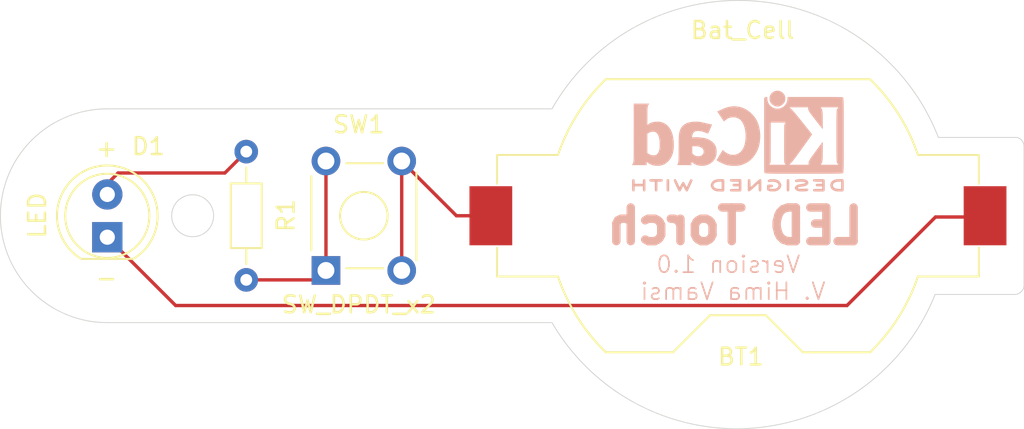
<source format=kicad_pcb>
(kicad_pcb (version 20240108) (generator "pcbnew") (generator_version "8.0")
  (title_block (title "LED Torch") (date "2024-07-14") (rev "1") (company "V Hima Vamsi"))
  (layers (0 "F.Cu" signal) (31 "B.Cu" signal) (34 "B.Paste" user) (35 "F.Paste" user) (36 "B.SilkS" user "B.Silkscreen") (37 "F.SilkS" user "F.Silkscreen") (38 "B.Mask" user) (39 "F.Mask" user) (44 "Edge.Cuts" user))
  (net 0 "")
  (net 1 "/LED_Cathode")
  (net 2 "/Battery_pos")
  (net 3 "/LED_Anode")
  (net 4 "Net-(SW1A-A)")
  (footprint "LED_THT:LED_D5.0mm" (layer "F.Cu") (at 99.06 135.895 90)
    (property "Reference" "D1" (at 5.395 2.44 180) (layer "F.SilkS"))
    (property "Value" "LED" (at 1.295 -4.16 -90) (layer "F.SilkS"))
    (pad "1" thru_hole rect (at 0 0 90) (size 1.8 1.8) (drill 0.9) (layers "*.Cu" "*.Mask") (net 1 "/LED_Cathode"))
    (pad "2" thru_hole circle (at 2.54 0 90) (size 1.8 1.8) (drill 0.9) (layers "*.Cu" "*.Mask") (net 3 "/LED_Anode"))
  )
  (footprint "Resistor_THT:R_Axial_DIN0204_L3.6mm_D1.6mm_P7.62mm_Horizontal" (layer "F.Cu") (at 107.315 130.81 -90)
    (property "Reference" "R1" (at 3.79 -2.355 90) (layer "F.SilkS"))
    (property "Value" "R")
    (pad "1" thru_hole circle (at 0 0 270) (size 1.4 1.4) (drill 0.7) (layers "*.Cu" "*.Mask") (net 3 "/LED_Anode"))
    (pad "2" thru_hole oval (at 7.62 0 270) (size 1.4 1.4) (drill 0.7) (layers "*.Cu" "*.Mask") (net 4 "Net-(SW1A-A)"))
  )
  (footprint "Button_Switch_THT:SW_TH_Tactile_Omron_B3F-10xx" (layer "F.Cu") (at 112.05 137.87 90)
    (property "Reference" "SW1" (at 8.67 1.95 180) (layer "F.SilkS"))
    (property "Value" "SW_DPDT_x2" (at -2.03 1.95 180) (layer "F.SilkS"))
    (pad "1" thru_hole rect (at 0 0 90) (size 1.7 1.7) (drill 1) (layers "*.Cu" "*.Mask") (net 4 "Net-(SW1A-A)"))
    (pad "1" thru_hole circle (at 6.5 0 90) (size 1.7 1.7) (drill 1) (layers "*.Cu" "*.Mask") (net 4 "Net-(SW1A-A)"))
    (pad "2" thru_hole circle (at 0 4.5 90) (size 1.7 1.7) (drill 1) (layers "*.Cu" "*.Mask") (net 2 "/Battery_pos"))
    (pad "2" thru_hole circle (at 6.5 4.5 90) (size 1.7 1.7) (drill 1) (layers "*.Cu" "*.Mask") (net 2 "/Battery_pos"))
  )
  (footprint "Battery:BatteryHolder_Keystone_1058_1x2032" (layer "F.Cu") (at 136.525 134.62)
    (property "Reference" "BT1" (at 0.175 8.38 0) (layer "F.SilkS"))
    (property "Value" "Bat_Cell" (at 0.275 -11.02 0) (layer "F.SilkS"))
    (pad "1" smd rect (at -14.68 0) (size 2.54 3.51) (layers "F.Cu" "F.Paste" "F.Mask") (net 2 "/Battery_pos"))
    (pad "2" smd rect (at 14.68 0) (size 2.54 3.51) (layers "F.Cu" "F.Paste" "F.Mask") (net 1 "/LED_Cathode"))
  )
  (footprint "Symbol:KiCad-Logo2_5mm_SilkScreen" (layer "B.Cu") (at 136.525 130.175 180)
    (property "Reference" "REF**" (hide yes))
    (property "Value" "KiCad-Logo2_5mm_SilkScreen" (hide yes))
  )
  (gr_arc (start 153.5176 138.7856) (mid 153.352161 139.134931) (end 153.000058 139.294385) (stroke (width 0.05)) (layer "Edge.Cuts"))
  (gr_circle (center 104.129095 134.62) (end 104.129095 133.373) (stroke (width 0.05)) (fill none) (layer "Edge.Cuts"))
  (gr_line (start 153.5176 130.5052) (end 153.5176 138.7856) (stroke (width 0.05)) (layer "Edge.Cuts"))
  (gr_line (start 99.06 128.27) (end 125.476 128.27) (stroke (width 0.05)) (layer "Edge.Cuts"))
  (gr_line (start 99.06 140.97) (end 125.476 140.97) (stroke (width 0.05)) (layer "Edge.Cuts"))
  (gr_arc (start 99.06 140.97) (mid 92.71 134.62) (end 99.06 128.27) (stroke (width 0.05)) (layer "Edge.Cuts"))
  (gr_arc (start 153.109571 129.967124) (mid 153.404058 130.167556) (end 153.5176 130.5052) (stroke (width 0.05)) (layer "Edge.Cuts"))
  (gr_line (start 153.000058 139.294385) (end 148.403117 139.294385) (stroke (width 0.05)) (layer "Edge.Cuts"))
  (gr_line (start 153.109571 129.967124) (end 148.428515 129.967124) (stroke (width 0.05)) (layer "Edge.Cuts"))
  (gr_arc (start 148.239962 139.2936) (mid 137.381512 147.237329) (end 125.476719 140.969582) (stroke (width 0.05)) (layer "Edge.Cuts"))
  (gr_line (start 148.403117 139.294385) (end 148.239962 139.294385) (stroke (width 0.05)) (layer "Edge.Cuts"))
  (gr_arc (start 125.476 128.27) (mid 137.486681 121.863074) (end 148.428515 129.961311) (stroke (width 0.05)) (layer "Edge.Cuts"))
  (gr_text "V. Hima Vamsi" (at 141.8 139.7 0) (layer "B.SilkS") (effects (font (size 1 1) (thickness 0.1)) (justify left bottom mirror)))
  (gr_text "Version 1.0" (at 140.3 138.1 0) (layer "B.SilkS") (effects (font (size 1 1) (thickness 0.1)) (justify left bottom mirror)))
  (gr_text "LED Torch" (at 144.2 136.4 0) (layer "B.SilkS") (effects (font (size 2 2) (thickness 0.5) (bold yes)) (justify left bottom mirror)))
  (gr_text "+\n" (at 98.3 131.2 0) (layer "F.SilkS") (effects (font (size 1 1)) (justify left bottom)))
  (gr_text "-\n" (at 98.3 138.9 0) (layer "F.SilkS") (effects (font (size 1 1)) (justify left bottom)))
  (segment (start 151.892 135.307) (end 151.205 134.62) (width 0.2) (layer "F.Cu") (net 1))
  (segment (start 143.002 139.954) (end 148.261 134.695) (width 0.2) (layer "F.Cu") (net 1))
  (segment (start 99.06 135.895) (end 103.119 139.954) (width 0.2) (layer "F.Cu") (net 1))
  (segment (start 103.119 139.954) (end 143.002 139.954) (width 0.2) (layer "F.Cu") (net 1))
  (segment (start 151.13 134.695) (end 151.205 134.62) (width 0.2) (layer "F.Cu") (net 1))
  (segment (start 148.261 134.695) (end 151.13 134.695) (width 0.2) (layer "F.Cu") (net 1))
  (segment (start 116.55 131.37) (end 119.8 134.62) (width 0.2) (layer "F.Cu") (net 2))
  (segment (start 119.8 134.62) (end 121.845 134.62) (width 0.2) (layer "F.Cu") (net 2))
  (segment (start 116.55 131.37) (end 116.55 137.87) (width 0.2) (layer "F.Cu") (net 2))
  (segment (start 98.425 133.355) (end 99.7 132.08) (width 0.2) (layer "F.Cu") (net 3))
  (segment (start 99.7 132.08) (end 106.045 132.08) (width 0.2) (layer "F.Cu") (net 3))
  (segment (start 106.045 132.08) (end 107.315 130.81) (width 0.2) (layer "F.Cu") (net 3))
  (segment (start 112.05 137.87) (end 112.05 131.37) (width 0.2) (layer "F.Cu") (net 4))
  (segment (start 107.315 138.43) (end 111.49 138.43) (width 0.2) (layer "F.Cu") (net 4))
  (segment (start 111.49 138.43) (end 112.05 137.87) (width 0.2) (layer "F.Cu") (net 4))
)
</source>
